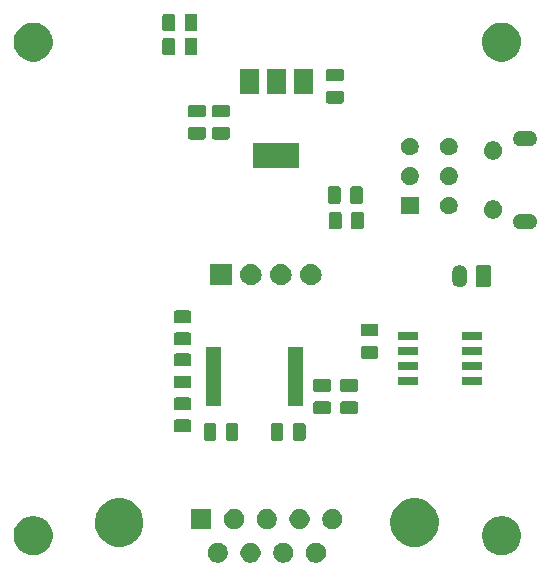
<source format=gbs>
G04 #@! TF.GenerationSoftware,KiCad,Pcbnew,5.0.2-bee76a0~70~ubuntu18.04.1*
G04 #@! TF.CreationDate,2019-03-24T19:46:42+10:00*
G04 #@! TF.ProjectId,esp32_rs232_adapter,65737033-325f-4727-9332-33325f616461,rev?*
G04 #@! TF.SameCoordinates,Original*
G04 #@! TF.FileFunction,Soldermask,Bot*
G04 #@! TF.FilePolarity,Negative*
%FSLAX46Y46*%
G04 Gerber Fmt 4.6, Leading zero omitted, Abs format (unit mm)*
G04 Created by KiCad (PCBNEW 5.0.2-bee76a0~70~ubuntu18.04.1) date Sun 24 Mar 2019 19:46:42 AEST*
%MOMM*%
%LPD*%
G01*
G04 APERTURE LIST*
%ADD10C,0.100000*%
G04 APERTURE END LIST*
D10*
G36*
X159422228Y-131815703D02*
X159577100Y-131879853D01*
X159716481Y-131972985D01*
X159835015Y-132091519D01*
X159928147Y-132230900D01*
X159992297Y-132385772D01*
X160025000Y-132550184D01*
X160025000Y-132717816D01*
X159992297Y-132882228D01*
X159928147Y-133037100D01*
X159835015Y-133176481D01*
X159716481Y-133295015D01*
X159577100Y-133388147D01*
X159422228Y-133452297D01*
X159257816Y-133485000D01*
X159090184Y-133485000D01*
X158925772Y-133452297D01*
X158770900Y-133388147D01*
X158631519Y-133295015D01*
X158512985Y-133176481D01*
X158419853Y-133037100D01*
X158355703Y-132882228D01*
X158323000Y-132717816D01*
X158323000Y-132550184D01*
X158355703Y-132385772D01*
X158419853Y-132230900D01*
X158512985Y-132091519D01*
X158631519Y-131972985D01*
X158770900Y-131879853D01*
X158925772Y-131815703D01*
X159090184Y-131783000D01*
X159257816Y-131783000D01*
X159422228Y-131815703D01*
X159422228Y-131815703D01*
G37*
G36*
X156652228Y-131815703D02*
X156807100Y-131879853D01*
X156946481Y-131972985D01*
X157065015Y-132091519D01*
X157158147Y-132230900D01*
X157222297Y-132385772D01*
X157255000Y-132550184D01*
X157255000Y-132717816D01*
X157222297Y-132882228D01*
X157158147Y-133037100D01*
X157065015Y-133176481D01*
X156946481Y-133295015D01*
X156807100Y-133388147D01*
X156652228Y-133452297D01*
X156487816Y-133485000D01*
X156320184Y-133485000D01*
X156155772Y-133452297D01*
X156000900Y-133388147D01*
X155861519Y-133295015D01*
X155742985Y-133176481D01*
X155649853Y-133037100D01*
X155585703Y-132882228D01*
X155553000Y-132717816D01*
X155553000Y-132550184D01*
X155585703Y-132385772D01*
X155649853Y-132230900D01*
X155742985Y-132091519D01*
X155861519Y-131972985D01*
X156000900Y-131879853D01*
X156155772Y-131815703D01*
X156320184Y-131783000D01*
X156487816Y-131783000D01*
X156652228Y-131815703D01*
X156652228Y-131815703D01*
G37*
G36*
X153882228Y-131815703D02*
X154037100Y-131879853D01*
X154176481Y-131972985D01*
X154295015Y-132091519D01*
X154388147Y-132230900D01*
X154452297Y-132385772D01*
X154485000Y-132550184D01*
X154485000Y-132717816D01*
X154452297Y-132882228D01*
X154388147Y-133037100D01*
X154295015Y-133176481D01*
X154176481Y-133295015D01*
X154037100Y-133388147D01*
X153882228Y-133452297D01*
X153717816Y-133485000D01*
X153550184Y-133485000D01*
X153385772Y-133452297D01*
X153230900Y-133388147D01*
X153091519Y-133295015D01*
X152972985Y-133176481D01*
X152879853Y-133037100D01*
X152815703Y-132882228D01*
X152783000Y-132717816D01*
X152783000Y-132550184D01*
X152815703Y-132385772D01*
X152879853Y-132230900D01*
X152972985Y-132091519D01*
X153091519Y-131972985D01*
X153230900Y-131879853D01*
X153385772Y-131815703D01*
X153550184Y-131783000D01*
X153717816Y-131783000D01*
X153882228Y-131815703D01*
X153882228Y-131815703D01*
G37*
G36*
X151112228Y-131815703D02*
X151267100Y-131879853D01*
X151406481Y-131972985D01*
X151525015Y-132091519D01*
X151618147Y-132230900D01*
X151682297Y-132385772D01*
X151715000Y-132550184D01*
X151715000Y-132717816D01*
X151682297Y-132882228D01*
X151618147Y-133037100D01*
X151525015Y-133176481D01*
X151406481Y-133295015D01*
X151267100Y-133388147D01*
X151112228Y-133452297D01*
X150947816Y-133485000D01*
X150780184Y-133485000D01*
X150615772Y-133452297D01*
X150460900Y-133388147D01*
X150321519Y-133295015D01*
X150202985Y-133176481D01*
X150109853Y-133037100D01*
X150045703Y-132882228D01*
X150013000Y-132717816D01*
X150013000Y-132550184D01*
X150045703Y-132385772D01*
X150109853Y-132230900D01*
X150202985Y-132091519D01*
X150321519Y-131972985D01*
X150460900Y-131879853D01*
X150615772Y-131815703D01*
X150780184Y-131783000D01*
X150947816Y-131783000D01*
X151112228Y-131815703D01*
X151112228Y-131815703D01*
G37*
G36*
X135614256Y-129582298D02*
X135720579Y-129603447D01*
X136021042Y-129727903D01*
X136245402Y-129877816D01*
X136291454Y-129908587D01*
X136521413Y-130138546D01*
X136521415Y-130138549D01*
X136626625Y-130296006D01*
X136702098Y-130408960D01*
X136738550Y-130496963D01*
X136826553Y-130709421D01*
X136890000Y-131028391D01*
X136890000Y-131353609D01*
X136826553Y-131672579D01*
X136702097Y-131973042D01*
X136622933Y-132091519D01*
X136521413Y-132243454D01*
X136291454Y-132473413D01*
X136291451Y-132473415D01*
X136021042Y-132654097D01*
X135720579Y-132778553D01*
X135614256Y-132799702D01*
X135401611Y-132842000D01*
X135076389Y-132842000D01*
X134863744Y-132799702D01*
X134757421Y-132778553D01*
X134456958Y-132654097D01*
X134186549Y-132473415D01*
X134186546Y-132473413D01*
X133956587Y-132243454D01*
X133855067Y-132091519D01*
X133775903Y-131973042D01*
X133651447Y-131672579D01*
X133588000Y-131353609D01*
X133588000Y-131028391D01*
X133651447Y-130709421D01*
X133739450Y-130496963D01*
X133775902Y-130408960D01*
X133851376Y-130296006D01*
X133956585Y-130138549D01*
X133956587Y-130138546D01*
X134186546Y-129908587D01*
X134232598Y-129877816D01*
X134456958Y-129727903D01*
X134757421Y-129603447D01*
X134863744Y-129582298D01*
X135076389Y-129540000D01*
X135401611Y-129540000D01*
X135614256Y-129582298D01*
X135614256Y-129582298D01*
G37*
G36*
X175270256Y-129582298D02*
X175376579Y-129603447D01*
X175677042Y-129727903D01*
X175901402Y-129877816D01*
X175947454Y-129908587D01*
X176177413Y-130138546D01*
X176177415Y-130138549D01*
X176282625Y-130296006D01*
X176358098Y-130408960D01*
X176394550Y-130496963D01*
X176482553Y-130709421D01*
X176546000Y-131028391D01*
X176546000Y-131353609D01*
X176482553Y-131672579D01*
X176358097Y-131973042D01*
X176278933Y-132091519D01*
X176177413Y-132243454D01*
X175947454Y-132473413D01*
X175947451Y-132473415D01*
X175677042Y-132654097D01*
X175376579Y-132778553D01*
X175270256Y-132799702D01*
X175057611Y-132842000D01*
X174732389Y-132842000D01*
X174519744Y-132799702D01*
X174413421Y-132778553D01*
X174112958Y-132654097D01*
X173842549Y-132473415D01*
X173842546Y-132473413D01*
X173612587Y-132243454D01*
X173511067Y-132091519D01*
X173431903Y-131973042D01*
X173307447Y-131672579D01*
X173244000Y-131353609D01*
X173244000Y-131028391D01*
X173307447Y-130709421D01*
X173395450Y-130496963D01*
X173431902Y-130408960D01*
X173507376Y-130296006D01*
X173612585Y-130138549D01*
X173612587Y-130138546D01*
X173842546Y-129908587D01*
X173888598Y-129877816D01*
X174112958Y-129727903D01*
X174413421Y-129603447D01*
X174519744Y-129582298D01*
X174732389Y-129540000D01*
X175057611Y-129540000D01*
X175270256Y-129582298D01*
X175270256Y-129582298D01*
G37*
G36*
X143117252Y-128121818D02*
X143117254Y-128121819D01*
X143117255Y-128121819D01*
X143490513Y-128276427D01*
X143490514Y-128276428D01*
X143826439Y-128500886D01*
X144112114Y-128786561D01*
X144112116Y-128786564D01*
X144336573Y-129122487D01*
X144447753Y-129390900D01*
X144491182Y-129495748D01*
X144570000Y-129891993D01*
X144570000Y-130296007D01*
X144538372Y-130455014D01*
X144491181Y-130692255D01*
X144336573Y-131065513D01*
X144336572Y-131065514D01*
X144112114Y-131401439D01*
X143826439Y-131687114D01*
X143826436Y-131687116D01*
X143490513Y-131911573D01*
X143117255Y-132066181D01*
X143117254Y-132066181D01*
X143117252Y-132066182D01*
X142721007Y-132145000D01*
X142316993Y-132145000D01*
X141920748Y-132066182D01*
X141920746Y-132066181D01*
X141920745Y-132066181D01*
X141547487Y-131911573D01*
X141211564Y-131687116D01*
X141211561Y-131687114D01*
X140925886Y-131401439D01*
X140701428Y-131065514D01*
X140701427Y-131065513D01*
X140546819Y-130692255D01*
X140499629Y-130455014D01*
X140468000Y-130296007D01*
X140468000Y-129891993D01*
X140546818Y-129495748D01*
X140590247Y-129390900D01*
X140701427Y-129122487D01*
X140925884Y-128786564D01*
X140925886Y-128786561D01*
X141211561Y-128500886D01*
X141547486Y-128276428D01*
X141547487Y-128276427D01*
X141920745Y-128121819D01*
X141920746Y-128121819D01*
X141920748Y-128121818D01*
X142316993Y-128043000D01*
X142721007Y-128043000D01*
X143117252Y-128121818D01*
X143117252Y-128121818D01*
G37*
G36*
X168117252Y-128121818D02*
X168117254Y-128121819D01*
X168117255Y-128121819D01*
X168490513Y-128276427D01*
X168490514Y-128276428D01*
X168826439Y-128500886D01*
X169112114Y-128786561D01*
X169112116Y-128786564D01*
X169336573Y-129122487D01*
X169447753Y-129390900D01*
X169491182Y-129495748D01*
X169570000Y-129891993D01*
X169570000Y-130296007D01*
X169538372Y-130455014D01*
X169491181Y-130692255D01*
X169336573Y-131065513D01*
X169336572Y-131065514D01*
X169112114Y-131401439D01*
X168826439Y-131687114D01*
X168826436Y-131687116D01*
X168490513Y-131911573D01*
X168117255Y-132066181D01*
X168117254Y-132066181D01*
X168117252Y-132066182D01*
X167721007Y-132145000D01*
X167316993Y-132145000D01*
X166920748Y-132066182D01*
X166920746Y-132066181D01*
X166920745Y-132066181D01*
X166547487Y-131911573D01*
X166211564Y-131687116D01*
X166211561Y-131687114D01*
X165925886Y-131401439D01*
X165701428Y-131065514D01*
X165701427Y-131065513D01*
X165546819Y-130692255D01*
X165499629Y-130455014D01*
X165468000Y-130296007D01*
X165468000Y-129891993D01*
X165546818Y-129495748D01*
X165590247Y-129390900D01*
X165701427Y-129122487D01*
X165925884Y-128786564D01*
X165925886Y-128786561D01*
X166211561Y-128500886D01*
X166547486Y-128276428D01*
X166547487Y-128276427D01*
X166920745Y-128121819D01*
X166920746Y-128121819D01*
X166920748Y-128121818D01*
X167316993Y-128043000D01*
X167721007Y-128043000D01*
X168117252Y-128121818D01*
X168117252Y-128121818D01*
G37*
G36*
X160807228Y-128975703D02*
X160962100Y-129039853D01*
X161101481Y-129132985D01*
X161220015Y-129251519D01*
X161313147Y-129390900D01*
X161377297Y-129545772D01*
X161410000Y-129710184D01*
X161410000Y-129877816D01*
X161377297Y-130042228D01*
X161313147Y-130197100D01*
X161220015Y-130336481D01*
X161101481Y-130455015D01*
X160962100Y-130548147D01*
X160807228Y-130612297D01*
X160642816Y-130645000D01*
X160475184Y-130645000D01*
X160310772Y-130612297D01*
X160155900Y-130548147D01*
X160016519Y-130455015D01*
X159897985Y-130336481D01*
X159804853Y-130197100D01*
X159740703Y-130042228D01*
X159708000Y-129877816D01*
X159708000Y-129710184D01*
X159740703Y-129545772D01*
X159804853Y-129390900D01*
X159897985Y-129251519D01*
X160016519Y-129132985D01*
X160155900Y-129039853D01*
X160310772Y-128975703D01*
X160475184Y-128943000D01*
X160642816Y-128943000D01*
X160807228Y-128975703D01*
X160807228Y-128975703D01*
G37*
G36*
X150330000Y-130645000D02*
X148628000Y-130645000D01*
X148628000Y-128943000D01*
X150330000Y-128943000D01*
X150330000Y-130645000D01*
X150330000Y-130645000D01*
G37*
G36*
X152497228Y-128975703D02*
X152652100Y-129039853D01*
X152791481Y-129132985D01*
X152910015Y-129251519D01*
X153003147Y-129390900D01*
X153067297Y-129545772D01*
X153100000Y-129710184D01*
X153100000Y-129877816D01*
X153067297Y-130042228D01*
X153003147Y-130197100D01*
X152910015Y-130336481D01*
X152791481Y-130455015D01*
X152652100Y-130548147D01*
X152497228Y-130612297D01*
X152332816Y-130645000D01*
X152165184Y-130645000D01*
X152000772Y-130612297D01*
X151845900Y-130548147D01*
X151706519Y-130455015D01*
X151587985Y-130336481D01*
X151494853Y-130197100D01*
X151430703Y-130042228D01*
X151398000Y-129877816D01*
X151398000Y-129710184D01*
X151430703Y-129545772D01*
X151494853Y-129390900D01*
X151587985Y-129251519D01*
X151706519Y-129132985D01*
X151845900Y-129039853D01*
X152000772Y-128975703D01*
X152165184Y-128943000D01*
X152332816Y-128943000D01*
X152497228Y-128975703D01*
X152497228Y-128975703D01*
G37*
G36*
X155267228Y-128975703D02*
X155422100Y-129039853D01*
X155561481Y-129132985D01*
X155680015Y-129251519D01*
X155773147Y-129390900D01*
X155837297Y-129545772D01*
X155870000Y-129710184D01*
X155870000Y-129877816D01*
X155837297Y-130042228D01*
X155773147Y-130197100D01*
X155680015Y-130336481D01*
X155561481Y-130455015D01*
X155422100Y-130548147D01*
X155267228Y-130612297D01*
X155102816Y-130645000D01*
X154935184Y-130645000D01*
X154770772Y-130612297D01*
X154615900Y-130548147D01*
X154476519Y-130455015D01*
X154357985Y-130336481D01*
X154264853Y-130197100D01*
X154200703Y-130042228D01*
X154168000Y-129877816D01*
X154168000Y-129710184D01*
X154200703Y-129545772D01*
X154264853Y-129390900D01*
X154357985Y-129251519D01*
X154476519Y-129132985D01*
X154615900Y-129039853D01*
X154770772Y-128975703D01*
X154935184Y-128943000D01*
X155102816Y-128943000D01*
X155267228Y-128975703D01*
X155267228Y-128975703D01*
G37*
G36*
X158037228Y-128975703D02*
X158192100Y-129039853D01*
X158331481Y-129132985D01*
X158450015Y-129251519D01*
X158543147Y-129390900D01*
X158607297Y-129545772D01*
X158640000Y-129710184D01*
X158640000Y-129877816D01*
X158607297Y-130042228D01*
X158543147Y-130197100D01*
X158450015Y-130336481D01*
X158331481Y-130455015D01*
X158192100Y-130548147D01*
X158037228Y-130612297D01*
X157872816Y-130645000D01*
X157705184Y-130645000D01*
X157540772Y-130612297D01*
X157385900Y-130548147D01*
X157246519Y-130455015D01*
X157127985Y-130336481D01*
X157034853Y-130197100D01*
X156970703Y-130042228D01*
X156938000Y-129877816D01*
X156938000Y-129710184D01*
X156970703Y-129545772D01*
X157034853Y-129390900D01*
X157127985Y-129251519D01*
X157246519Y-129132985D01*
X157385900Y-129039853D01*
X157540772Y-128975703D01*
X157705184Y-128943000D01*
X157872816Y-128943000D01*
X158037228Y-128975703D01*
X158037228Y-128975703D01*
G37*
G36*
X150571555Y-121663164D02*
X150610226Y-121674895D01*
X150645868Y-121693947D01*
X150677106Y-121719582D01*
X150702741Y-121750820D01*
X150721793Y-121786462D01*
X150733524Y-121825133D01*
X150738089Y-121871487D01*
X150738089Y-122947711D01*
X150733524Y-122994065D01*
X150721793Y-123032736D01*
X150702741Y-123068378D01*
X150677106Y-123099616D01*
X150645868Y-123125251D01*
X150610226Y-123144303D01*
X150571555Y-123156034D01*
X150525201Y-123160599D01*
X149873977Y-123160599D01*
X149827623Y-123156034D01*
X149788952Y-123144303D01*
X149753310Y-123125251D01*
X149722072Y-123099616D01*
X149696437Y-123068378D01*
X149677385Y-123032736D01*
X149665654Y-122994065D01*
X149661089Y-122947711D01*
X149661089Y-121871487D01*
X149665654Y-121825133D01*
X149677385Y-121786462D01*
X149696437Y-121750820D01*
X149722072Y-121719582D01*
X149753310Y-121693947D01*
X149788952Y-121674895D01*
X149827623Y-121663164D01*
X149873977Y-121658599D01*
X150525201Y-121658599D01*
X150571555Y-121663164D01*
X150571555Y-121663164D01*
G37*
G36*
X152446555Y-121663164D02*
X152485226Y-121674895D01*
X152520868Y-121693947D01*
X152552106Y-121719582D01*
X152577741Y-121750820D01*
X152596793Y-121786462D01*
X152608524Y-121825133D01*
X152613089Y-121871487D01*
X152613089Y-122947711D01*
X152608524Y-122994065D01*
X152596793Y-123032736D01*
X152577741Y-123068378D01*
X152552106Y-123099616D01*
X152520868Y-123125251D01*
X152485226Y-123144303D01*
X152446555Y-123156034D01*
X152400201Y-123160599D01*
X151748977Y-123160599D01*
X151702623Y-123156034D01*
X151663952Y-123144303D01*
X151628310Y-123125251D01*
X151597072Y-123099616D01*
X151571437Y-123068378D01*
X151552385Y-123032736D01*
X151540654Y-122994065D01*
X151536089Y-122947711D01*
X151536089Y-121871487D01*
X151540654Y-121825133D01*
X151552385Y-121786462D01*
X151571437Y-121750820D01*
X151597072Y-121719582D01*
X151628310Y-121693947D01*
X151663952Y-121674895D01*
X151702623Y-121663164D01*
X151748977Y-121658599D01*
X152400201Y-121658599D01*
X152446555Y-121663164D01*
X152446555Y-121663164D01*
G37*
G36*
X158131555Y-121663164D02*
X158170226Y-121674895D01*
X158205868Y-121693947D01*
X158237106Y-121719582D01*
X158262741Y-121750820D01*
X158281793Y-121786462D01*
X158293524Y-121825133D01*
X158298089Y-121871487D01*
X158298089Y-122947711D01*
X158293524Y-122994065D01*
X158281793Y-123032736D01*
X158262741Y-123068378D01*
X158237106Y-123099616D01*
X158205868Y-123125251D01*
X158170226Y-123144303D01*
X158131555Y-123156034D01*
X158085201Y-123160599D01*
X157433977Y-123160599D01*
X157387623Y-123156034D01*
X157348952Y-123144303D01*
X157313310Y-123125251D01*
X157282072Y-123099616D01*
X157256437Y-123068378D01*
X157237385Y-123032736D01*
X157225654Y-122994065D01*
X157221089Y-122947711D01*
X157221089Y-121871487D01*
X157225654Y-121825133D01*
X157237385Y-121786462D01*
X157256437Y-121750820D01*
X157282072Y-121719582D01*
X157313310Y-121693947D01*
X157348952Y-121674895D01*
X157387623Y-121663164D01*
X157433977Y-121658599D01*
X158085201Y-121658599D01*
X158131555Y-121663164D01*
X158131555Y-121663164D01*
G37*
G36*
X156256555Y-121663164D02*
X156295226Y-121674895D01*
X156330868Y-121693947D01*
X156362106Y-121719582D01*
X156387741Y-121750820D01*
X156406793Y-121786462D01*
X156418524Y-121825133D01*
X156423089Y-121871487D01*
X156423089Y-122947711D01*
X156418524Y-122994065D01*
X156406793Y-123032736D01*
X156387741Y-123068378D01*
X156362106Y-123099616D01*
X156330868Y-123125251D01*
X156295226Y-123144303D01*
X156256555Y-123156034D01*
X156210201Y-123160599D01*
X155558977Y-123160599D01*
X155512623Y-123156034D01*
X155473952Y-123144303D01*
X155438310Y-123125251D01*
X155407072Y-123099616D01*
X155381437Y-123068378D01*
X155362385Y-123032736D01*
X155350654Y-122994065D01*
X155346089Y-122947711D01*
X155346089Y-121871487D01*
X155350654Y-121825133D01*
X155362385Y-121786462D01*
X155381437Y-121750820D01*
X155407072Y-121719582D01*
X155438310Y-121693947D01*
X155473952Y-121674895D01*
X155512623Y-121663164D01*
X155558977Y-121658599D01*
X156210201Y-121658599D01*
X156256555Y-121663164D01*
X156256555Y-121663164D01*
G37*
G36*
X148468055Y-121367664D02*
X148506726Y-121379395D01*
X148542368Y-121398447D01*
X148573606Y-121424082D01*
X148599241Y-121455320D01*
X148618293Y-121490962D01*
X148630024Y-121529633D01*
X148634589Y-121575987D01*
X148634589Y-122227211D01*
X148630024Y-122273565D01*
X148618293Y-122312236D01*
X148599241Y-122347878D01*
X148573606Y-122379116D01*
X148542368Y-122404751D01*
X148506726Y-122423803D01*
X148468055Y-122435534D01*
X148421701Y-122440099D01*
X147345477Y-122440099D01*
X147299123Y-122435534D01*
X147260452Y-122423803D01*
X147224810Y-122404751D01*
X147193572Y-122379116D01*
X147167937Y-122347878D01*
X147148885Y-122312236D01*
X147137154Y-122273565D01*
X147132589Y-122227211D01*
X147132589Y-121575987D01*
X147137154Y-121529633D01*
X147148885Y-121490962D01*
X147167937Y-121455320D01*
X147193572Y-121424082D01*
X147224810Y-121398447D01*
X147260452Y-121379395D01*
X147299123Y-121367664D01*
X147345477Y-121363099D01*
X148421701Y-121363099D01*
X148468055Y-121367664D01*
X148468055Y-121367664D01*
G37*
G36*
X162565055Y-119813664D02*
X162603726Y-119825395D01*
X162639368Y-119844447D01*
X162670606Y-119870082D01*
X162696241Y-119901320D01*
X162715293Y-119936962D01*
X162727024Y-119975633D01*
X162731589Y-120021987D01*
X162731589Y-120673211D01*
X162727024Y-120719565D01*
X162715293Y-120758236D01*
X162696241Y-120793878D01*
X162670606Y-120825116D01*
X162639368Y-120850751D01*
X162603726Y-120869803D01*
X162565055Y-120881534D01*
X162518701Y-120886099D01*
X161442477Y-120886099D01*
X161396123Y-120881534D01*
X161357452Y-120869803D01*
X161321810Y-120850751D01*
X161290572Y-120825116D01*
X161264937Y-120793878D01*
X161245885Y-120758236D01*
X161234154Y-120719565D01*
X161229589Y-120673211D01*
X161229589Y-120021987D01*
X161234154Y-119975633D01*
X161245885Y-119936962D01*
X161264937Y-119901320D01*
X161290572Y-119870082D01*
X161321810Y-119844447D01*
X161357452Y-119825395D01*
X161396123Y-119813664D01*
X161442477Y-119809099D01*
X162518701Y-119809099D01*
X162565055Y-119813664D01*
X162565055Y-119813664D01*
G37*
G36*
X160279055Y-119813664D02*
X160317726Y-119825395D01*
X160353368Y-119844447D01*
X160384606Y-119870082D01*
X160410241Y-119901320D01*
X160429293Y-119936962D01*
X160441024Y-119975633D01*
X160445589Y-120021987D01*
X160445589Y-120673211D01*
X160441024Y-120719565D01*
X160429293Y-120758236D01*
X160410241Y-120793878D01*
X160384606Y-120825116D01*
X160353368Y-120850751D01*
X160317726Y-120869803D01*
X160279055Y-120881534D01*
X160232701Y-120886099D01*
X159156477Y-120886099D01*
X159110123Y-120881534D01*
X159071452Y-120869803D01*
X159035810Y-120850751D01*
X159004572Y-120825116D01*
X158978937Y-120793878D01*
X158959885Y-120758236D01*
X158948154Y-120719565D01*
X158943589Y-120673211D01*
X158943589Y-120021987D01*
X158948154Y-119975633D01*
X158959885Y-119936962D01*
X158978937Y-119901320D01*
X159004572Y-119870082D01*
X159035810Y-119844447D01*
X159071452Y-119825395D01*
X159110123Y-119813664D01*
X159156477Y-119809099D01*
X160232701Y-119809099D01*
X160279055Y-119813664D01*
X160279055Y-119813664D01*
G37*
G36*
X148468055Y-119492664D02*
X148506726Y-119504395D01*
X148542368Y-119523447D01*
X148573606Y-119549082D01*
X148599241Y-119580320D01*
X148618293Y-119615962D01*
X148630024Y-119654633D01*
X148634589Y-119700987D01*
X148634589Y-120352211D01*
X148630024Y-120398565D01*
X148618293Y-120437236D01*
X148599241Y-120472878D01*
X148573606Y-120504116D01*
X148542368Y-120529751D01*
X148506726Y-120548803D01*
X148468055Y-120560534D01*
X148421701Y-120565099D01*
X147345477Y-120565099D01*
X147299123Y-120560534D01*
X147260452Y-120548803D01*
X147224810Y-120529751D01*
X147193572Y-120504116D01*
X147167937Y-120472878D01*
X147148885Y-120437236D01*
X147137154Y-120398565D01*
X147132589Y-120352211D01*
X147132589Y-119700987D01*
X147137154Y-119654633D01*
X147148885Y-119615962D01*
X147167937Y-119580320D01*
X147193572Y-119549082D01*
X147224810Y-119523447D01*
X147260452Y-119504395D01*
X147299123Y-119492664D01*
X147345477Y-119488099D01*
X148421701Y-119488099D01*
X148468055Y-119492664D01*
X148468055Y-119492664D01*
G37*
G36*
X158080589Y-120236599D02*
X156778589Y-120236599D01*
X156778589Y-115184599D01*
X158080589Y-115184599D01*
X158080589Y-120236599D01*
X158080589Y-120236599D01*
G37*
G36*
X151180589Y-120236599D02*
X149878589Y-120236599D01*
X149878589Y-115184599D01*
X151180589Y-115184599D01*
X151180589Y-120236599D01*
X151180589Y-120236599D01*
G37*
G36*
X160279055Y-117938664D02*
X160317726Y-117950395D01*
X160353368Y-117969447D01*
X160384606Y-117995082D01*
X160410241Y-118026320D01*
X160429293Y-118061962D01*
X160441024Y-118100633D01*
X160445589Y-118146987D01*
X160445589Y-118798211D01*
X160441024Y-118844565D01*
X160429293Y-118883236D01*
X160410241Y-118918878D01*
X160384606Y-118950116D01*
X160353368Y-118975751D01*
X160317726Y-118994803D01*
X160279055Y-119006534D01*
X160232701Y-119011099D01*
X159156477Y-119011099D01*
X159110123Y-119006534D01*
X159071452Y-118994803D01*
X159035810Y-118975751D01*
X159004572Y-118950116D01*
X158978937Y-118918878D01*
X158959885Y-118883236D01*
X158948154Y-118844565D01*
X158943589Y-118798211D01*
X158943589Y-118146987D01*
X158948154Y-118100633D01*
X158959885Y-118061962D01*
X158978937Y-118026320D01*
X159004572Y-117995082D01*
X159035810Y-117969447D01*
X159071452Y-117950395D01*
X159110123Y-117938664D01*
X159156477Y-117934099D01*
X160232701Y-117934099D01*
X160279055Y-117938664D01*
X160279055Y-117938664D01*
G37*
G36*
X162565055Y-117938664D02*
X162603726Y-117950395D01*
X162639368Y-117969447D01*
X162670606Y-117995082D01*
X162696241Y-118026320D01*
X162715293Y-118061962D01*
X162727024Y-118100633D01*
X162731589Y-118146987D01*
X162731589Y-118798211D01*
X162727024Y-118844565D01*
X162715293Y-118883236D01*
X162696241Y-118918878D01*
X162670606Y-118950116D01*
X162639368Y-118975751D01*
X162603726Y-118994803D01*
X162565055Y-119006534D01*
X162518701Y-119011099D01*
X161442477Y-119011099D01*
X161396123Y-119006534D01*
X161357452Y-118994803D01*
X161321810Y-118975751D01*
X161290572Y-118950116D01*
X161264937Y-118918878D01*
X161245885Y-118883236D01*
X161234154Y-118844565D01*
X161229589Y-118798211D01*
X161229589Y-118146987D01*
X161234154Y-118100633D01*
X161245885Y-118061962D01*
X161264937Y-118026320D01*
X161290572Y-117995082D01*
X161321810Y-117969447D01*
X161357452Y-117950395D01*
X161396123Y-117938664D01*
X161442477Y-117934099D01*
X162518701Y-117934099D01*
X162565055Y-117938664D01*
X162565055Y-117938664D01*
G37*
G36*
X148468055Y-117654664D02*
X148506726Y-117666395D01*
X148542368Y-117685447D01*
X148573606Y-117711082D01*
X148599241Y-117742320D01*
X148618293Y-117777962D01*
X148630024Y-117816633D01*
X148634589Y-117862987D01*
X148634589Y-118514211D01*
X148630024Y-118560565D01*
X148618293Y-118599236D01*
X148599241Y-118634878D01*
X148573606Y-118666116D01*
X148542368Y-118691751D01*
X148506726Y-118710803D01*
X148468055Y-118722534D01*
X148421701Y-118727099D01*
X147345477Y-118727099D01*
X147299123Y-118722534D01*
X147260452Y-118710803D01*
X147224810Y-118691751D01*
X147193572Y-118666116D01*
X147167937Y-118634878D01*
X147148885Y-118599236D01*
X147137154Y-118560565D01*
X147132589Y-118514211D01*
X147132589Y-117862987D01*
X147137154Y-117816633D01*
X147148885Y-117777962D01*
X147167937Y-117742320D01*
X147193572Y-117711082D01*
X147224810Y-117685447D01*
X147260452Y-117666395D01*
X147299123Y-117654664D01*
X147345477Y-117650099D01*
X148421701Y-117650099D01*
X148468055Y-117654664D01*
X148468055Y-117654664D01*
G37*
G36*
X167798000Y-118461000D02*
X166146000Y-118461000D01*
X166146000Y-117759000D01*
X167798000Y-117759000D01*
X167798000Y-118461000D01*
X167798000Y-118461000D01*
G37*
G36*
X173198000Y-118461000D02*
X171546000Y-118461000D01*
X171546000Y-117759000D01*
X173198000Y-117759000D01*
X173198000Y-118461000D01*
X173198000Y-118461000D01*
G37*
G36*
X167798000Y-117191000D02*
X166146000Y-117191000D01*
X166146000Y-116489000D01*
X167798000Y-116489000D01*
X167798000Y-117191000D01*
X167798000Y-117191000D01*
G37*
G36*
X173198000Y-117191000D02*
X171546000Y-117191000D01*
X171546000Y-116489000D01*
X173198000Y-116489000D01*
X173198000Y-117191000D01*
X173198000Y-117191000D01*
G37*
G36*
X148468055Y-115779664D02*
X148506726Y-115791395D01*
X148542368Y-115810447D01*
X148573606Y-115836082D01*
X148599241Y-115867320D01*
X148618293Y-115902962D01*
X148630024Y-115941633D01*
X148634589Y-115987987D01*
X148634589Y-116639211D01*
X148630024Y-116685565D01*
X148618293Y-116724236D01*
X148599241Y-116759878D01*
X148573606Y-116791116D01*
X148542368Y-116816751D01*
X148506726Y-116835803D01*
X148468055Y-116847534D01*
X148421701Y-116852099D01*
X147345477Y-116852099D01*
X147299123Y-116847534D01*
X147260452Y-116835803D01*
X147224810Y-116816751D01*
X147193572Y-116791116D01*
X147167937Y-116759878D01*
X147148885Y-116724236D01*
X147137154Y-116685565D01*
X147132589Y-116639211D01*
X147132589Y-115987987D01*
X147137154Y-115941633D01*
X147148885Y-115902962D01*
X147167937Y-115867320D01*
X147193572Y-115836082D01*
X147224810Y-115810447D01*
X147260452Y-115791395D01*
X147299123Y-115779664D01*
X147345477Y-115775099D01*
X148421701Y-115775099D01*
X148468055Y-115779664D01*
X148468055Y-115779664D01*
G37*
G36*
X164287466Y-115133065D02*
X164326137Y-115144796D01*
X164361779Y-115163848D01*
X164393017Y-115189483D01*
X164418652Y-115220721D01*
X164437704Y-115256363D01*
X164449435Y-115295034D01*
X164454000Y-115341388D01*
X164454000Y-115992612D01*
X164449435Y-116038966D01*
X164437704Y-116077637D01*
X164418652Y-116113279D01*
X164393017Y-116144517D01*
X164361779Y-116170152D01*
X164326137Y-116189204D01*
X164287466Y-116200935D01*
X164241112Y-116205500D01*
X163164888Y-116205500D01*
X163118534Y-116200935D01*
X163079863Y-116189204D01*
X163044221Y-116170152D01*
X163012983Y-116144517D01*
X162987348Y-116113279D01*
X162968296Y-116077637D01*
X162956565Y-116038966D01*
X162952000Y-115992612D01*
X162952000Y-115341388D01*
X162956565Y-115295034D01*
X162968296Y-115256363D01*
X162987348Y-115220721D01*
X163012983Y-115189483D01*
X163044221Y-115163848D01*
X163079863Y-115144796D01*
X163118534Y-115133065D01*
X163164888Y-115128500D01*
X164241112Y-115128500D01*
X164287466Y-115133065D01*
X164287466Y-115133065D01*
G37*
G36*
X173198000Y-115921000D02*
X171546000Y-115921000D01*
X171546000Y-115219000D01*
X173198000Y-115219000D01*
X173198000Y-115921000D01*
X173198000Y-115921000D01*
G37*
G36*
X167798000Y-115921000D02*
X166146000Y-115921000D01*
X166146000Y-115219000D01*
X167798000Y-115219000D01*
X167798000Y-115921000D01*
X167798000Y-115921000D01*
G37*
G36*
X148468055Y-114001664D02*
X148506726Y-114013395D01*
X148542368Y-114032447D01*
X148573606Y-114058082D01*
X148599241Y-114089320D01*
X148618293Y-114124962D01*
X148630024Y-114163633D01*
X148634589Y-114209987D01*
X148634589Y-114861211D01*
X148630024Y-114907565D01*
X148618293Y-114946236D01*
X148599241Y-114981878D01*
X148573606Y-115013116D01*
X148542368Y-115038751D01*
X148506726Y-115057803D01*
X148468055Y-115069534D01*
X148421701Y-115074099D01*
X147345477Y-115074099D01*
X147299123Y-115069534D01*
X147260452Y-115057803D01*
X147224810Y-115038751D01*
X147193572Y-115013116D01*
X147167937Y-114981878D01*
X147148885Y-114946236D01*
X147137154Y-114907565D01*
X147132589Y-114861211D01*
X147132589Y-114209987D01*
X147137154Y-114163633D01*
X147148885Y-114124962D01*
X147167937Y-114089320D01*
X147193572Y-114058082D01*
X147224810Y-114032447D01*
X147260452Y-114013395D01*
X147299123Y-114001664D01*
X147345477Y-113997099D01*
X148421701Y-113997099D01*
X148468055Y-114001664D01*
X148468055Y-114001664D01*
G37*
G36*
X167798000Y-114651000D02*
X166146000Y-114651000D01*
X166146000Y-113949000D01*
X167798000Y-113949000D01*
X167798000Y-114651000D01*
X167798000Y-114651000D01*
G37*
G36*
X173198000Y-114651000D02*
X171546000Y-114651000D01*
X171546000Y-113949000D01*
X173198000Y-113949000D01*
X173198000Y-114651000D01*
X173198000Y-114651000D01*
G37*
G36*
X164287466Y-113258065D02*
X164326137Y-113269796D01*
X164361779Y-113288848D01*
X164393017Y-113314483D01*
X164418652Y-113345721D01*
X164437704Y-113381363D01*
X164449435Y-113420034D01*
X164454000Y-113466388D01*
X164454000Y-114117612D01*
X164449435Y-114163966D01*
X164437704Y-114202637D01*
X164418652Y-114238279D01*
X164393017Y-114269517D01*
X164361779Y-114295152D01*
X164326137Y-114314204D01*
X164287466Y-114325935D01*
X164241112Y-114330500D01*
X163164888Y-114330500D01*
X163118534Y-114325935D01*
X163079863Y-114314204D01*
X163044221Y-114295152D01*
X163012983Y-114269517D01*
X162987348Y-114238279D01*
X162968296Y-114202637D01*
X162956565Y-114163966D01*
X162952000Y-114117612D01*
X162952000Y-113466388D01*
X162956565Y-113420034D01*
X162968296Y-113381363D01*
X162987348Y-113345721D01*
X163012983Y-113314483D01*
X163044221Y-113288848D01*
X163079863Y-113269796D01*
X163118534Y-113258065D01*
X163164888Y-113253500D01*
X164241112Y-113253500D01*
X164287466Y-113258065D01*
X164287466Y-113258065D01*
G37*
G36*
X148468055Y-112126664D02*
X148506726Y-112138395D01*
X148542368Y-112157447D01*
X148573606Y-112183082D01*
X148599241Y-112214320D01*
X148618293Y-112249962D01*
X148630024Y-112288633D01*
X148634589Y-112334987D01*
X148634589Y-112986211D01*
X148630024Y-113032565D01*
X148618293Y-113071236D01*
X148599241Y-113106878D01*
X148573606Y-113138116D01*
X148542368Y-113163751D01*
X148506726Y-113182803D01*
X148468055Y-113194534D01*
X148421701Y-113199099D01*
X147345477Y-113199099D01*
X147299123Y-113194534D01*
X147260452Y-113182803D01*
X147224810Y-113163751D01*
X147193572Y-113138116D01*
X147167937Y-113106878D01*
X147148885Y-113071236D01*
X147137154Y-113032565D01*
X147132589Y-112986211D01*
X147132589Y-112334987D01*
X147137154Y-112288633D01*
X147148885Y-112249962D01*
X147167937Y-112214320D01*
X147193572Y-112183082D01*
X147224810Y-112157447D01*
X147260452Y-112138395D01*
X147299123Y-112126664D01*
X147345477Y-112122099D01*
X148421701Y-112122099D01*
X148468055Y-112126664D01*
X148468055Y-112126664D01*
G37*
G36*
X171482618Y-108303420D02*
X171564427Y-108328237D01*
X171605333Y-108340645D01*
X171683600Y-108382480D01*
X171718426Y-108401095D01*
X171817553Y-108482447D01*
X171898905Y-108581574D01*
X171898906Y-108581576D01*
X171959355Y-108694667D01*
X171959355Y-108694668D01*
X171996580Y-108817382D01*
X172006000Y-108913027D01*
X172006000Y-109526973D01*
X171996580Y-109622618D01*
X171971763Y-109704427D01*
X171959355Y-109745333D01*
X171905819Y-109845491D01*
X171898905Y-109858426D01*
X171817553Y-109957553D01*
X171817551Y-109957555D01*
X171789028Y-109980963D01*
X171718425Y-110038905D01*
X171666699Y-110066553D01*
X171605332Y-110099355D01*
X171564426Y-110111763D01*
X171482617Y-110136580D01*
X171355000Y-110149149D01*
X171227382Y-110136580D01*
X171145573Y-110111763D01*
X171104667Y-110099355D01*
X170991576Y-110038906D01*
X170991574Y-110038905D01*
X170892447Y-109957553D01*
X170811095Y-109858425D01*
X170750646Y-109745333D01*
X170750645Y-109745332D01*
X170738237Y-109704426D01*
X170713420Y-109622617D01*
X170704000Y-109526972D01*
X170704000Y-108913027D01*
X170713420Y-108817382D01*
X170750645Y-108694668D01*
X170750645Y-108694667D01*
X170770795Y-108656970D01*
X170811095Y-108581574D01*
X170892448Y-108482447D01*
X170991575Y-108401095D01*
X171026401Y-108382480D01*
X171104668Y-108340645D01*
X171145574Y-108328237D01*
X171227383Y-108303420D01*
X171355000Y-108290851D01*
X171482618Y-108303420D01*
X171482618Y-108303420D01*
G37*
G36*
X173846242Y-108298404D02*
X173883339Y-108309657D01*
X173917520Y-108327927D01*
X173947482Y-108352518D01*
X173972073Y-108382480D01*
X173990343Y-108416661D01*
X174001596Y-108453758D01*
X174006000Y-108498473D01*
X174006000Y-109941527D01*
X174001596Y-109986242D01*
X173990343Y-110023339D01*
X173972073Y-110057520D01*
X173947482Y-110087482D01*
X173917520Y-110112073D01*
X173883339Y-110130343D01*
X173846242Y-110141596D01*
X173801527Y-110146000D01*
X172908473Y-110146000D01*
X172863758Y-110141596D01*
X172826661Y-110130343D01*
X172792480Y-110112073D01*
X172762518Y-110087482D01*
X172737927Y-110057520D01*
X172719657Y-110023339D01*
X172708404Y-109986242D01*
X172704000Y-109941527D01*
X172704000Y-108498473D01*
X172708404Y-108453758D01*
X172719657Y-108416661D01*
X172737927Y-108382480D01*
X172762518Y-108352518D01*
X172792480Y-108327927D01*
X172826661Y-108309657D01*
X172863758Y-108298404D01*
X172908473Y-108294000D01*
X173801527Y-108294000D01*
X173846242Y-108298404D01*
X173846242Y-108298404D01*
G37*
G36*
X153780442Y-108198518D02*
X153846627Y-108205037D01*
X153959853Y-108239384D01*
X154016467Y-108256557D01*
X154125146Y-108314648D01*
X154172991Y-108340222D01*
X154208729Y-108369552D01*
X154310186Y-108452814D01*
X154393448Y-108554271D01*
X154422778Y-108590009D01*
X154422779Y-108590011D01*
X154506443Y-108746533D01*
X154506443Y-108746534D01*
X154557963Y-108916373D01*
X154575359Y-109093000D01*
X154557963Y-109269627D01*
X154523616Y-109382853D01*
X154506443Y-109439467D01*
X154459670Y-109526972D01*
X154422778Y-109595991D01*
X154393448Y-109631729D01*
X154310186Y-109733186D01*
X154208729Y-109816448D01*
X154172991Y-109845778D01*
X154172989Y-109845779D01*
X154016467Y-109929443D01*
X153959853Y-109946616D01*
X153846627Y-109980963D01*
X153780442Y-109987482D01*
X153714260Y-109994000D01*
X153625740Y-109994000D01*
X153559558Y-109987482D01*
X153493373Y-109980963D01*
X153380147Y-109946616D01*
X153323533Y-109929443D01*
X153167011Y-109845779D01*
X153167009Y-109845778D01*
X153131271Y-109816448D01*
X153029814Y-109733186D01*
X152946552Y-109631729D01*
X152917222Y-109595991D01*
X152880330Y-109526972D01*
X152833557Y-109439467D01*
X152816384Y-109382853D01*
X152782037Y-109269627D01*
X152764641Y-109093000D01*
X152782037Y-108916373D01*
X152833557Y-108746534D01*
X152833557Y-108746533D01*
X152917221Y-108590011D01*
X152917222Y-108590009D01*
X152946552Y-108554271D01*
X153029814Y-108452814D01*
X153131271Y-108369552D01*
X153167009Y-108340222D01*
X153214854Y-108314648D01*
X153323533Y-108256557D01*
X153380147Y-108239384D01*
X153493373Y-108205037D01*
X153559558Y-108198518D01*
X153625740Y-108192000D01*
X153714260Y-108192000D01*
X153780442Y-108198518D01*
X153780442Y-108198518D01*
G37*
G36*
X152031000Y-109994000D02*
X150229000Y-109994000D01*
X150229000Y-108192000D01*
X152031000Y-108192000D01*
X152031000Y-109994000D01*
X152031000Y-109994000D01*
G37*
G36*
X156320442Y-108198518D02*
X156386627Y-108205037D01*
X156499853Y-108239384D01*
X156556467Y-108256557D01*
X156665146Y-108314648D01*
X156712991Y-108340222D01*
X156748729Y-108369552D01*
X156850186Y-108452814D01*
X156933448Y-108554271D01*
X156962778Y-108590009D01*
X156962779Y-108590011D01*
X157046443Y-108746533D01*
X157046443Y-108746534D01*
X157097963Y-108916373D01*
X157115359Y-109093000D01*
X157097963Y-109269627D01*
X157063616Y-109382853D01*
X157046443Y-109439467D01*
X156999670Y-109526972D01*
X156962778Y-109595991D01*
X156933448Y-109631729D01*
X156850186Y-109733186D01*
X156748729Y-109816448D01*
X156712991Y-109845778D01*
X156712989Y-109845779D01*
X156556467Y-109929443D01*
X156499853Y-109946616D01*
X156386627Y-109980963D01*
X156320442Y-109987482D01*
X156254260Y-109994000D01*
X156165740Y-109994000D01*
X156099558Y-109987482D01*
X156033373Y-109980963D01*
X155920147Y-109946616D01*
X155863533Y-109929443D01*
X155707011Y-109845779D01*
X155707009Y-109845778D01*
X155671271Y-109816448D01*
X155569814Y-109733186D01*
X155486552Y-109631729D01*
X155457222Y-109595991D01*
X155420330Y-109526972D01*
X155373557Y-109439467D01*
X155356384Y-109382853D01*
X155322037Y-109269627D01*
X155304641Y-109093000D01*
X155322037Y-108916373D01*
X155373557Y-108746534D01*
X155373557Y-108746533D01*
X155457221Y-108590011D01*
X155457222Y-108590009D01*
X155486552Y-108554271D01*
X155569814Y-108452814D01*
X155671271Y-108369552D01*
X155707009Y-108340222D01*
X155754854Y-108314648D01*
X155863533Y-108256557D01*
X155920147Y-108239384D01*
X156033373Y-108205037D01*
X156099558Y-108198518D01*
X156165740Y-108192000D01*
X156254260Y-108192000D01*
X156320442Y-108198518D01*
X156320442Y-108198518D01*
G37*
G36*
X158860442Y-108198518D02*
X158926627Y-108205037D01*
X159039853Y-108239384D01*
X159096467Y-108256557D01*
X159205146Y-108314648D01*
X159252991Y-108340222D01*
X159288729Y-108369552D01*
X159390186Y-108452814D01*
X159473448Y-108554271D01*
X159502778Y-108590009D01*
X159502779Y-108590011D01*
X159586443Y-108746533D01*
X159586443Y-108746534D01*
X159637963Y-108916373D01*
X159655359Y-109093000D01*
X159637963Y-109269627D01*
X159603616Y-109382853D01*
X159586443Y-109439467D01*
X159539670Y-109526972D01*
X159502778Y-109595991D01*
X159473448Y-109631729D01*
X159390186Y-109733186D01*
X159288729Y-109816448D01*
X159252991Y-109845778D01*
X159252989Y-109845779D01*
X159096467Y-109929443D01*
X159039853Y-109946616D01*
X158926627Y-109980963D01*
X158860442Y-109987482D01*
X158794260Y-109994000D01*
X158705740Y-109994000D01*
X158639558Y-109987482D01*
X158573373Y-109980963D01*
X158460147Y-109946616D01*
X158403533Y-109929443D01*
X158247011Y-109845779D01*
X158247009Y-109845778D01*
X158211271Y-109816448D01*
X158109814Y-109733186D01*
X158026552Y-109631729D01*
X157997222Y-109595991D01*
X157960330Y-109526972D01*
X157913557Y-109439467D01*
X157896384Y-109382853D01*
X157862037Y-109269627D01*
X157844641Y-109093000D01*
X157862037Y-108916373D01*
X157913557Y-108746534D01*
X157913557Y-108746533D01*
X157997221Y-108590011D01*
X157997222Y-108590009D01*
X158026552Y-108554271D01*
X158109814Y-108452814D01*
X158211271Y-108369552D01*
X158247009Y-108340222D01*
X158294854Y-108314648D01*
X158403533Y-108256557D01*
X158460147Y-108239384D01*
X158573373Y-108205037D01*
X158639558Y-108198518D01*
X158705740Y-108192000D01*
X158794260Y-108192000D01*
X158860442Y-108198518D01*
X158860442Y-108198518D01*
G37*
G36*
X161183966Y-103774565D02*
X161222637Y-103786296D01*
X161258279Y-103805348D01*
X161289517Y-103830983D01*
X161315152Y-103862221D01*
X161334204Y-103897863D01*
X161345935Y-103936534D01*
X161350500Y-103982888D01*
X161350500Y-105059112D01*
X161345935Y-105105466D01*
X161334204Y-105144137D01*
X161315152Y-105179779D01*
X161289517Y-105211017D01*
X161258279Y-105236652D01*
X161222637Y-105255704D01*
X161183966Y-105267435D01*
X161137612Y-105272000D01*
X160486388Y-105272000D01*
X160440034Y-105267435D01*
X160401363Y-105255704D01*
X160365721Y-105236652D01*
X160334483Y-105211017D01*
X160308848Y-105179779D01*
X160289796Y-105144137D01*
X160278065Y-105105466D01*
X160273500Y-105059112D01*
X160273500Y-103982888D01*
X160278065Y-103936534D01*
X160289796Y-103897863D01*
X160308848Y-103862221D01*
X160334483Y-103830983D01*
X160365721Y-103805348D01*
X160401363Y-103786296D01*
X160440034Y-103774565D01*
X160486388Y-103770000D01*
X161137612Y-103770000D01*
X161183966Y-103774565D01*
X161183966Y-103774565D01*
G37*
G36*
X163058966Y-103774565D02*
X163097637Y-103786296D01*
X163133279Y-103805348D01*
X163164517Y-103830983D01*
X163190152Y-103862221D01*
X163209204Y-103897863D01*
X163220935Y-103936534D01*
X163225500Y-103982888D01*
X163225500Y-105059112D01*
X163220935Y-105105466D01*
X163209204Y-105144137D01*
X163190152Y-105179779D01*
X163164517Y-105211017D01*
X163133279Y-105236652D01*
X163097637Y-105255704D01*
X163058966Y-105267435D01*
X163012612Y-105272000D01*
X162361388Y-105272000D01*
X162315034Y-105267435D01*
X162276363Y-105255704D01*
X162240721Y-105236652D01*
X162209483Y-105211017D01*
X162183848Y-105179779D01*
X162164796Y-105144137D01*
X162153065Y-105105466D01*
X162148500Y-105059112D01*
X162148500Y-103982888D01*
X162153065Y-103936534D01*
X162164796Y-103897863D01*
X162183848Y-103862221D01*
X162209483Y-103830983D01*
X162240721Y-103805348D01*
X162276363Y-103786296D01*
X162315034Y-103774565D01*
X162361388Y-103770000D01*
X163012612Y-103770000D01*
X163058966Y-103774565D01*
X163058966Y-103774565D01*
G37*
G36*
X177292355Y-103944140D02*
X177356118Y-103950420D01*
X177437927Y-103975237D01*
X177478833Y-103987645D01*
X177575378Y-104039250D01*
X177591926Y-104048095D01*
X177691053Y-104129447D01*
X177772405Y-104228574D01*
X177772406Y-104228576D01*
X177832855Y-104341667D01*
X177832855Y-104341668D01*
X177870080Y-104464382D01*
X177882649Y-104592000D01*
X177870080Y-104719618D01*
X177845263Y-104801427D01*
X177832855Y-104842333D01*
X177779319Y-104942491D01*
X177772405Y-104955426D01*
X177691053Y-105054553D01*
X177591926Y-105135905D01*
X177591924Y-105135906D01*
X177478833Y-105196355D01*
X177437927Y-105208763D01*
X177356118Y-105233580D01*
X177292355Y-105239860D01*
X177260474Y-105243000D01*
X176496526Y-105243000D01*
X176464645Y-105239860D01*
X176400882Y-105233580D01*
X176319073Y-105208763D01*
X176278167Y-105196355D01*
X176165076Y-105135906D01*
X176165074Y-105135905D01*
X176065947Y-105054553D01*
X175984595Y-104955426D01*
X175977681Y-104942491D01*
X175924145Y-104842333D01*
X175911737Y-104801427D01*
X175886920Y-104719618D01*
X175874351Y-104592000D01*
X175886920Y-104464382D01*
X175924145Y-104341668D01*
X175924145Y-104341667D01*
X175984594Y-104228576D01*
X175984595Y-104228574D01*
X176065947Y-104129447D01*
X176165074Y-104048095D01*
X176181622Y-104039250D01*
X176278167Y-103987645D01*
X176319073Y-103975237D01*
X176400882Y-103950420D01*
X176464645Y-103944140D01*
X176496526Y-103941000D01*
X177260474Y-103941000D01*
X177292355Y-103944140D01*
X177292355Y-103944140D01*
G37*
G36*
X174404849Y-102845820D02*
X174404852Y-102845821D01*
X174404851Y-102845821D01*
X174546074Y-102904317D01*
X174546075Y-102904318D01*
X174673174Y-102989243D01*
X174781257Y-103097326D01*
X174781259Y-103097329D01*
X174866183Y-103224426D01*
X174907828Y-103324967D01*
X174924680Y-103365651D01*
X174954500Y-103515569D01*
X174954500Y-103668431D01*
X174924680Y-103818349D01*
X174924679Y-103818351D01*
X174866183Y-103959574D01*
X174812945Y-104039250D01*
X174781257Y-104086674D01*
X174673174Y-104194757D01*
X174673171Y-104194759D01*
X174546074Y-104279683D01*
X174436843Y-104324927D01*
X174404849Y-104338180D01*
X174254931Y-104368000D01*
X174102069Y-104368000D01*
X173952151Y-104338180D01*
X173920157Y-104324927D01*
X173810926Y-104279683D01*
X173683829Y-104194759D01*
X173683826Y-104194757D01*
X173575743Y-104086674D01*
X173544055Y-104039250D01*
X173490817Y-103959574D01*
X173432321Y-103818351D01*
X173432320Y-103818349D01*
X173402500Y-103668431D01*
X173402500Y-103515569D01*
X173432320Y-103365651D01*
X173449172Y-103324967D01*
X173490817Y-103224426D01*
X173575741Y-103097329D01*
X173575743Y-103097326D01*
X173683826Y-102989243D01*
X173810925Y-102904318D01*
X173810926Y-102904317D01*
X173952149Y-102845821D01*
X173952148Y-102845821D01*
X173952151Y-102845820D01*
X174102069Y-102816000D01*
X174254931Y-102816000D01*
X174404849Y-102845820D01*
X174404849Y-102845820D01*
G37*
G36*
X170564004Y-102511544D02*
X170651059Y-102528860D01*
X170787732Y-102585472D01*
X170787733Y-102585473D01*
X170910738Y-102667662D01*
X171015338Y-102772262D01*
X171015340Y-102772265D01*
X171097528Y-102895268D01*
X171154140Y-103031941D01*
X171183000Y-103177033D01*
X171183000Y-103324967D01*
X171154140Y-103470059D01*
X171097528Y-103606732D01*
X171097527Y-103606733D01*
X171015338Y-103729738D01*
X170910738Y-103834338D01*
X170910735Y-103834340D01*
X170787732Y-103916528D01*
X170651059Y-103973140D01*
X170564004Y-103990456D01*
X170505969Y-104002000D01*
X170358031Y-104002000D01*
X170299996Y-103990456D01*
X170212941Y-103973140D01*
X170076268Y-103916528D01*
X169953265Y-103834340D01*
X169953262Y-103834338D01*
X169848662Y-103729738D01*
X169766473Y-103606733D01*
X169766472Y-103606732D01*
X169709860Y-103470059D01*
X169681000Y-103324967D01*
X169681000Y-103177033D01*
X169709860Y-103031941D01*
X169766472Y-102895268D01*
X169848660Y-102772265D01*
X169848662Y-102772262D01*
X169953262Y-102667662D01*
X170076267Y-102585473D01*
X170076268Y-102585472D01*
X170212941Y-102528860D01*
X170299996Y-102511544D01*
X170358031Y-102500000D01*
X170505969Y-102500000D01*
X170564004Y-102511544D01*
X170564004Y-102511544D01*
G37*
G36*
X167883000Y-104002000D02*
X166381000Y-104002000D01*
X166381000Y-102500000D01*
X167883000Y-102500000D01*
X167883000Y-104002000D01*
X167883000Y-104002000D01*
G37*
G36*
X162980466Y-101615565D02*
X163019137Y-101627296D01*
X163054779Y-101646348D01*
X163086017Y-101671983D01*
X163111652Y-101703221D01*
X163130704Y-101738863D01*
X163142435Y-101777534D01*
X163147000Y-101823888D01*
X163147000Y-102900112D01*
X163142435Y-102946466D01*
X163130704Y-102985137D01*
X163111652Y-103020779D01*
X163086017Y-103052017D01*
X163054779Y-103077652D01*
X163019137Y-103096704D01*
X162980466Y-103108435D01*
X162934112Y-103113000D01*
X162282888Y-103113000D01*
X162236534Y-103108435D01*
X162197863Y-103096704D01*
X162162221Y-103077652D01*
X162130983Y-103052017D01*
X162105348Y-103020779D01*
X162086296Y-102985137D01*
X162074565Y-102946466D01*
X162070000Y-102900112D01*
X162070000Y-101823888D01*
X162074565Y-101777534D01*
X162086296Y-101738863D01*
X162105348Y-101703221D01*
X162130983Y-101671983D01*
X162162221Y-101646348D01*
X162197863Y-101627296D01*
X162236534Y-101615565D01*
X162282888Y-101611000D01*
X162934112Y-101611000D01*
X162980466Y-101615565D01*
X162980466Y-101615565D01*
G37*
G36*
X161105466Y-101615565D02*
X161144137Y-101627296D01*
X161179779Y-101646348D01*
X161211017Y-101671983D01*
X161236652Y-101703221D01*
X161255704Y-101738863D01*
X161267435Y-101777534D01*
X161272000Y-101823888D01*
X161272000Y-102900112D01*
X161267435Y-102946466D01*
X161255704Y-102985137D01*
X161236652Y-103020779D01*
X161211017Y-103052017D01*
X161179779Y-103077652D01*
X161144137Y-103096704D01*
X161105466Y-103108435D01*
X161059112Y-103113000D01*
X160407888Y-103113000D01*
X160361534Y-103108435D01*
X160322863Y-103096704D01*
X160287221Y-103077652D01*
X160255983Y-103052017D01*
X160230348Y-103020779D01*
X160211296Y-102985137D01*
X160199565Y-102946466D01*
X160195000Y-102900112D01*
X160195000Y-101823888D01*
X160199565Y-101777534D01*
X160211296Y-101738863D01*
X160230348Y-101703221D01*
X160255983Y-101671983D01*
X160287221Y-101646348D01*
X160322863Y-101627296D01*
X160361534Y-101615565D01*
X160407888Y-101611000D01*
X161059112Y-101611000D01*
X161105466Y-101615565D01*
X161105466Y-101615565D01*
G37*
G36*
X170564004Y-100011544D02*
X170651059Y-100028860D01*
X170787732Y-100085472D01*
X170787733Y-100085473D01*
X170910738Y-100167662D01*
X171015338Y-100272262D01*
X171015340Y-100272265D01*
X171097528Y-100395268D01*
X171154140Y-100531941D01*
X171183000Y-100677033D01*
X171183000Y-100824967D01*
X171154140Y-100970059D01*
X171097528Y-101106732D01*
X171097527Y-101106733D01*
X171015338Y-101229738D01*
X170910738Y-101334338D01*
X170910735Y-101334340D01*
X170787732Y-101416528D01*
X170651059Y-101473140D01*
X170564004Y-101490456D01*
X170505969Y-101502000D01*
X170358031Y-101502000D01*
X170299996Y-101490456D01*
X170212941Y-101473140D01*
X170076268Y-101416528D01*
X169953265Y-101334340D01*
X169953262Y-101334338D01*
X169848662Y-101229738D01*
X169766473Y-101106733D01*
X169766472Y-101106732D01*
X169709860Y-100970059D01*
X169681000Y-100824967D01*
X169681000Y-100677033D01*
X169709860Y-100531941D01*
X169766472Y-100395268D01*
X169848660Y-100272265D01*
X169848662Y-100272262D01*
X169953262Y-100167662D01*
X170076267Y-100085473D01*
X170076268Y-100085472D01*
X170212941Y-100028860D01*
X170299996Y-100011544D01*
X170358031Y-100000000D01*
X170505969Y-100000000D01*
X170564004Y-100011544D01*
X170564004Y-100011544D01*
G37*
G36*
X167264004Y-100011544D02*
X167351059Y-100028860D01*
X167487732Y-100085472D01*
X167487733Y-100085473D01*
X167610738Y-100167662D01*
X167715338Y-100272262D01*
X167715340Y-100272265D01*
X167797528Y-100395268D01*
X167854140Y-100531941D01*
X167883000Y-100677033D01*
X167883000Y-100824967D01*
X167854140Y-100970059D01*
X167797528Y-101106732D01*
X167797527Y-101106733D01*
X167715338Y-101229738D01*
X167610738Y-101334338D01*
X167610735Y-101334340D01*
X167487732Y-101416528D01*
X167351059Y-101473140D01*
X167264004Y-101490456D01*
X167205969Y-101502000D01*
X167058031Y-101502000D01*
X166999996Y-101490456D01*
X166912941Y-101473140D01*
X166776268Y-101416528D01*
X166653265Y-101334340D01*
X166653262Y-101334338D01*
X166548662Y-101229738D01*
X166466473Y-101106733D01*
X166466472Y-101106732D01*
X166409860Y-100970059D01*
X166381000Y-100824967D01*
X166381000Y-100677033D01*
X166409860Y-100531941D01*
X166466472Y-100395268D01*
X166548660Y-100272265D01*
X166548662Y-100272262D01*
X166653262Y-100167662D01*
X166776267Y-100085473D01*
X166776268Y-100085472D01*
X166912941Y-100028860D01*
X166999996Y-100011544D01*
X167058031Y-100000000D01*
X167205969Y-100000000D01*
X167264004Y-100011544D01*
X167264004Y-100011544D01*
G37*
G36*
X157780000Y-100086000D02*
X153878000Y-100086000D01*
X153878000Y-97984000D01*
X157780000Y-97984000D01*
X157780000Y-100086000D01*
X157780000Y-100086000D01*
G37*
G36*
X174404849Y-97845820D02*
X174404852Y-97845821D01*
X174404851Y-97845821D01*
X174546074Y-97904317D01*
X174665327Y-97984000D01*
X174673174Y-97989243D01*
X174781257Y-98097326D01*
X174781259Y-98097329D01*
X174866183Y-98224426D01*
X174907828Y-98324967D01*
X174924680Y-98365651D01*
X174954500Y-98515569D01*
X174954500Y-98668431D01*
X174924680Y-98818349D01*
X174924679Y-98818351D01*
X174866183Y-98959574D01*
X174782405Y-99084956D01*
X174781257Y-99086674D01*
X174673174Y-99194757D01*
X174673171Y-99194759D01*
X174546074Y-99279683D01*
X174436843Y-99324927D01*
X174404849Y-99338180D01*
X174254931Y-99368000D01*
X174102069Y-99368000D01*
X173952151Y-99338180D01*
X173920157Y-99324927D01*
X173810926Y-99279683D01*
X173683829Y-99194759D01*
X173683826Y-99194757D01*
X173575743Y-99086674D01*
X173574595Y-99084956D01*
X173490817Y-98959574D01*
X173432321Y-98818351D01*
X173432320Y-98818349D01*
X173402500Y-98668431D01*
X173402500Y-98515569D01*
X173432320Y-98365651D01*
X173449172Y-98324967D01*
X173490817Y-98224426D01*
X173575741Y-98097329D01*
X173575743Y-98097326D01*
X173683826Y-97989243D01*
X173691673Y-97984000D01*
X173810926Y-97904317D01*
X173952149Y-97845821D01*
X173952148Y-97845821D01*
X173952151Y-97845820D01*
X174102069Y-97816000D01*
X174254931Y-97816000D01*
X174404849Y-97845820D01*
X174404849Y-97845820D01*
G37*
G36*
X167264004Y-97511544D02*
X167351059Y-97528860D01*
X167487732Y-97585472D01*
X167551607Y-97628152D01*
X167610738Y-97667662D01*
X167715338Y-97772262D01*
X167715340Y-97772265D01*
X167797528Y-97895268D01*
X167854140Y-98031941D01*
X167867146Y-98097329D01*
X167874820Y-98135906D01*
X167883000Y-98177033D01*
X167883000Y-98324967D01*
X167854140Y-98470059D01*
X167797528Y-98606732D01*
X167797527Y-98606733D01*
X167715338Y-98729738D01*
X167610738Y-98834338D01*
X167610735Y-98834340D01*
X167487732Y-98916528D01*
X167351059Y-98973140D01*
X167264004Y-98990456D01*
X167205969Y-99002000D01*
X167058031Y-99002000D01*
X166999996Y-98990456D01*
X166912941Y-98973140D01*
X166776268Y-98916528D01*
X166653265Y-98834340D01*
X166653262Y-98834338D01*
X166548662Y-98729738D01*
X166466473Y-98606733D01*
X166466472Y-98606732D01*
X166409860Y-98470059D01*
X166381000Y-98324967D01*
X166381000Y-98177033D01*
X166389181Y-98135906D01*
X166396854Y-98097329D01*
X166409860Y-98031941D01*
X166466472Y-97895268D01*
X166548660Y-97772265D01*
X166548662Y-97772262D01*
X166653262Y-97667662D01*
X166712393Y-97628152D01*
X166776268Y-97585472D01*
X166912941Y-97528860D01*
X166999996Y-97511544D01*
X167058031Y-97500000D01*
X167205969Y-97500000D01*
X167264004Y-97511544D01*
X167264004Y-97511544D01*
G37*
G36*
X170564004Y-97511544D02*
X170651059Y-97528860D01*
X170787732Y-97585472D01*
X170851607Y-97628152D01*
X170910738Y-97667662D01*
X171015338Y-97772262D01*
X171015340Y-97772265D01*
X171097528Y-97895268D01*
X171154140Y-98031941D01*
X171167146Y-98097329D01*
X171174820Y-98135906D01*
X171183000Y-98177033D01*
X171183000Y-98324967D01*
X171154140Y-98470059D01*
X171097528Y-98606732D01*
X171097527Y-98606733D01*
X171015338Y-98729738D01*
X170910738Y-98834338D01*
X170910735Y-98834340D01*
X170787732Y-98916528D01*
X170651059Y-98973140D01*
X170564004Y-98990456D01*
X170505969Y-99002000D01*
X170358031Y-99002000D01*
X170299996Y-98990456D01*
X170212941Y-98973140D01*
X170076268Y-98916528D01*
X169953265Y-98834340D01*
X169953262Y-98834338D01*
X169848662Y-98729738D01*
X169766473Y-98606733D01*
X169766472Y-98606732D01*
X169709860Y-98470059D01*
X169681000Y-98324967D01*
X169681000Y-98177033D01*
X169689181Y-98135906D01*
X169696854Y-98097329D01*
X169709860Y-98031941D01*
X169766472Y-97895268D01*
X169848660Y-97772265D01*
X169848662Y-97772262D01*
X169953262Y-97667662D01*
X170012393Y-97628152D01*
X170076268Y-97585472D01*
X170212941Y-97528860D01*
X170299996Y-97511544D01*
X170358031Y-97500000D01*
X170505969Y-97500000D01*
X170564004Y-97511544D01*
X170564004Y-97511544D01*
G37*
G36*
X177292355Y-96944140D02*
X177356118Y-96950420D01*
X177437927Y-96975237D01*
X177478833Y-96987645D01*
X177578991Y-97041181D01*
X177591926Y-97048095D01*
X177691053Y-97129447D01*
X177772405Y-97228574D01*
X177772406Y-97228576D01*
X177832855Y-97341667D01*
X177832855Y-97341668D01*
X177870080Y-97464382D01*
X177882649Y-97592000D01*
X177870080Y-97719618D01*
X177845263Y-97801427D01*
X177832855Y-97842333D01*
X177799723Y-97904318D01*
X177772405Y-97955426D01*
X177691053Y-98054553D01*
X177591926Y-98135905D01*
X177591924Y-98135906D01*
X177478833Y-98196355D01*
X177437927Y-98208763D01*
X177356118Y-98233580D01*
X177292355Y-98239860D01*
X177260474Y-98243000D01*
X176496526Y-98243000D01*
X176464645Y-98239860D01*
X176400882Y-98233580D01*
X176319073Y-98208763D01*
X176278167Y-98196355D01*
X176165076Y-98135906D01*
X176165074Y-98135905D01*
X176065947Y-98054553D01*
X175984595Y-97955426D01*
X175957277Y-97904318D01*
X175924145Y-97842333D01*
X175911737Y-97801427D01*
X175886920Y-97719618D01*
X175874351Y-97592000D01*
X175886920Y-97464382D01*
X175924145Y-97341668D01*
X175924145Y-97341667D01*
X175984594Y-97228576D01*
X175984595Y-97228574D01*
X176065947Y-97129447D01*
X176165074Y-97048095D01*
X176178009Y-97041181D01*
X176278167Y-96987645D01*
X176319073Y-96975237D01*
X176400882Y-96950420D01*
X176464645Y-96944140D01*
X176496526Y-96941000D01*
X177260474Y-96941000D01*
X177292355Y-96944140D01*
X177292355Y-96944140D01*
G37*
G36*
X151714466Y-96591065D02*
X151753137Y-96602796D01*
X151788779Y-96621848D01*
X151820017Y-96647483D01*
X151845652Y-96678721D01*
X151864704Y-96714363D01*
X151876435Y-96753034D01*
X151881000Y-96799388D01*
X151881000Y-97450612D01*
X151876435Y-97496966D01*
X151864704Y-97535637D01*
X151845652Y-97571279D01*
X151820017Y-97602517D01*
X151788779Y-97628152D01*
X151753137Y-97647204D01*
X151714466Y-97658935D01*
X151668112Y-97663500D01*
X150591888Y-97663500D01*
X150545534Y-97658935D01*
X150506863Y-97647204D01*
X150471221Y-97628152D01*
X150439983Y-97602517D01*
X150414348Y-97571279D01*
X150395296Y-97535637D01*
X150383565Y-97496966D01*
X150379000Y-97450612D01*
X150379000Y-96799388D01*
X150383565Y-96753034D01*
X150395296Y-96714363D01*
X150414348Y-96678721D01*
X150439983Y-96647483D01*
X150471221Y-96621848D01*
X150506863Y-96602796D01*
X150545534Y-96591065D01*
X150591888Y-96586500D01*
X151668112Y-96586500D01*
X151714466Y-96591065D01*
X151714466Y-96591065D01*
G37*
G36*
X149682466Y-96591065D02*
X149721137Y-96602796D01*
X149756779Y-96621848D01*
X149788017Y-96647483D01*
X149813652Y-96678721D01*
X149832704Y-96714363D01*
X149844435Y-96753034D01*
X149849000Y-96799388D01*
X149849000Y-97450612D01*
X149844435Y-97496966D01*
X149832704Y-97535637D01*
X149813652Y-97571279D01*
X149788017Y-97602517D01*
X149756779Y-97628152D01*
X149721137Y-97647204D01*
X149682466Y-97658935D01*
X149636112Y-97663500D01*
X148559888Y-97663500D01*
X148513534Y-97658935D01*
X148474863Y-97647204D01*
X148439221Y-97628152D01*
X148407983Y-97602517D01*
X148382348Y-97571279D01*
X148363296Y-97535637D01*
X148351565Y-97496966D01*
X148347000Y-97450612D01*
X148347000Y-96799388D01*
X148351565Y-96753034D01*
X148363296Y-96714363D01*
X148382348Y-96678721D01*
X148407983Y-96647483D01*
X148439221Y-96621848D01*
X148474863Y-96602796D01*
X148513534Y-96591065D01*
X148559888Y-96586500D01*
X149636112Y-96586500D01*
X149682466Y-96591065D01*
X149682466Y-96591065D01*
G37*
G36*
X151714466Y-94716065D02*
X151753137Y-94727796D01*
X151788779Y-94746848D01*
X151820017Y-94772483D01*
X151845652Y-94803721D01*
X151864704Y-94839363D01*
X151876435Y-94878034D01*
X151881000Y-94924388D01*
X151881000Y-95575612D01*
X151876435Y-95621966D01*
X151864704Y-95660637D01*
X151845652Y-95696279D01*
X151820017Y-95727517D01*
X151788779Y-95753152D01*
X151753137Y-95772204D01*
X151714466Y-95783935D01*
X151668112Y-95788500D01*
X150591888Y-95788500D01*
X150545534Y-95783935D01*
X150506863Y-95772204D01*
X150471221Y-95753152D01*
X150439983Y-95727517D01*
X150414348Y-95696279D01*
X150395296Y-95660637D01*
X150383565Y-95621966D01*
X150379000Y-95575612D01*
X150379000Y-94924388D01*
X150383565Y-94878034D01*
X150395296Y-94839363D01*
X150414348Y-94803721D01*
X150439983Y-94772483D01*
X150471221Y-94746848D01*
X150506863Y-94727796D01*
X150545534Y-94716065D01*
X150591888Y-94711500D01*
X151668112Y-94711500D01*
X151714466Y-94716065D01*
X151714466Y-94716065D01*
G37*
G36*
X149682466Y-94716065D02*
X149721137Y-94727796D01*
X149756779Y-94746848D01*
X149788017Y-94772483D01*
X149813652Y-94803721D01*
X149832704Y-94839363D01*
X149844435Y-94878034D01*
X149849000Y-94924388D01*
X149849000Y-95575612D01*
X149844435Y-95621966D01*
X149832704Y-95660637D01*
X149813652Y-95696279D01*
X149788017Y-95727517D01*
X149756779Y-95753152D01*
X149721137Y-95772204D01*
X149682466Y-95783935D01*
X149636112Y-95788500D01*
X148559888Y-95788500D01*
X148513534Y-95783935D01*
X148474863Y-95772204D01*
X148439221Y-95753152D01*
X148407983Y-95727517D01*
X148382348Y-95696279D01*
X148363296Y-95660637D01*
X148351565Y-95621966D01*
X148347000Y-95575612D01*
X148347000Y-94924388D01*
X148351565Y-94878034D01*
X148363296Y-94839363D01*
X148382348Y-94803721D01*
X148407983Y-94772483D01*
X148439221Y-94746848D01*
X148474863Y-94727796D01*
X148513534Y-94716065D01*
X148559888Y-94711500D01*
X149636112Y-94711500D01*
X149682466Y-94716065D01*
X149682466Y-94716065D01*
G37*
G36*
X161366466Y-93543065D02*
X161405137Y-93554796D01*
X161440779Y-93573848D01*
X161472017Y-93599483D01*
X161497652Y-93630721D01*
X161516704Y-93666363D01*
X161528435Y-93705034D01*
X161533000Y-93751388D01*
X161533000Y-94402612D01*
X161528435Y-94448966D01*
X161516704Y-94487637D01*
X161497652Y-94523279D01*
X161472017Y-94554517D01*
X161440779Y-94580152D01*
X161405137Y-94599204D01*
X161366466Y-94610935D01*
X161320112Y-94615500D01*
X160243888Y-94615500D01*
X160197534Y-94610935D01*
X160158863Y-94599204D01*
X160123221Y-94580152D01*
X160091983Y-94554517D01*
X160066348Y-94523279D01*
X160047296Y-94487637D01*
X160035565Y-94448966D01*
X160031000Y-94402612D01*
X160031000Y-93751388D01*
X160035565Y-93705034D01*
X160047296Y-93666363D01*
X160066348Y-93630721D01*
X160091983Y-93599483D01*
X160123221Y-93573848D01*
X160158863Y-93554796D01*
X160197534Y-93543065D01*
X160243888Y-93538500D01*
X161320112Y-93538500D01*
X161366466Y-93543065D01*
X161366466Y-93543065D01*
G37*
G36*
X154330000Y-93786000D02*
X152728000Y-93786000D01*
X152728000Y-91684000D01*
X154330000Y-91684000D01*
X154330000Y-93786000D01*
X154330000Y-93786000D01*
G37*
G36*
X158930000Y-93786000D02*
X157328000Y-93786000D01*
X157328000Y-91684000D01*
X158930000Y-91684000D01*
X158930000Y-93786000D01*
X158930000Y-93786000D01*
G37*
G36*
X156630000Y-93786000D02*
X155028000Y-93786000D01*
X155028000Y-91684000D01*
X156630000Y-91684000D01*
X156630000Y-93786000D01*
X156630000Y-93786000D01*
G37*
G36*
X161366466Y-91668065D02*
X161405137Y-91679796D01*
X161440779Y-91698848D01*
X161472017Y-91724483D01*
X161497652Y-91755721D01*
X161516704Y-91791363D01*
X161528435Y-91830034D01*
X161533000Y-91876388D01*
X161533000Y-92527612D01*
X161528435Y-92573966D01*
X161516704Y-92612637D01*
X161497652Y-92648279D01*
X161472017Y-92679517D01*
X161440779Y-92705152D01*
X161405137Y-92724204D01*
X161366466Y-92735935D01*
X161320112Y-92740500D01*
X160243888Y-92740500D01*
X160197534Y-92735935D01*
X160158863Y-92724204D01*
X160123221Y-92705152D01*
X160091983Y-92679517D01*
X160066348Y-92648279D01*
X160047296Y-92612637D01*
X160035565Y-92573966D01*
X160031000Y-92527612D01*
X160031000Y-91876388D01*
X160035565Y-91830034D01*
X160047296Y-91791363D01*
X160066348Y-91755721D01*
X160091983Y-91724483D01*
X160123221Y-91698848D01*
X160158863Y-91679796D01*
X160197534Y-91668065D01*
X160243888Y-91663500D01*
X161320112Y-91663500D01*
X161366466Y-91668065D01*
X161366466Y-91668065D01*
G37*
G36*
X175270256Y-87799298D02*
X175376579Y-87820447D01*
X175677042Y-87944903D01*
X175943852Y-88123180D01*
X175947454Y-88125587D01*
X176177413Y-88355546D01*
X176177415Y-88355549D01*
X176276230Y-88503435D01*
X176358098Y-88625960D01*
X176482553Y-88926422D01*
X176513774Y-89083377D01*
X176546000Y-89245391D01*
X176546000Y-89570609D01*
X176482553Y-89889579D01*
X176358097Y-90190042D01*
X176209697Y-90412137D01*
X176177413Y-90460454D01*
X175947454Y-90690413D01*
X175947451Y-90690415D01*
X175677042Y-90871097D01*
X175376579Y-90995553D01*
X175270256Y-91016702D01*
X175057611Y-91059000D01*
X174732389Y-91059000D01*
X174519744Y-91016702D01*
X174413421Y-90995553D01*
X174112958Y-90871097D01*
X173842549Y-90690415D01*
X173842546Y-90690413D01*
X173612587Y-90460454D01*
X173580303Y-90412137D01*
X173431903Y-90190042D01*
X173307447Y-89889579D01*
X173244000Y-89570609D01*
X173244000Y-89245391D01*
X173276227Y-89083377D01*
X173307447Y-88926422D01*
X173431902Y-88625960D01*
X173513771Y-88503435D01*
X173612585Y-88355549D01*
X173612587Y-88355546D01*
X173842546Y-88125587D01*
X173846148Y-88123180D01*
X174112958Y-87944903D01*
X174413421Y-87820447D01*
X174519744Y-87799298D01*
X174732389Y-87757000D01*
X175057611Y-87757000D01*
X175270256Y-87799298D01*
X175270256Y-87799298D01*
G37*
G36*
X135614256Y-87799298D02*
X135720579Y-87820447D01*
X136021042Y-87944903D01*
X136287852Y-88123180D01*
X136291454Y-88125587D01*
X136521413Y-88355546D01*
X136521415Y-88355549D01*
X136620230Y-88503435D01*
X136702098Y-88625960D01*
X136826553Y-88926422D01*
X136857774Y-89083377D01*
X136890000Y-89245391D01*
X136890000Y-89570609D01*
X136826553Y-89889579D01*
X136702097Y-90190042D01*
X136553697Y-90412137D01*
X136521413Y-90460454D01*
X136291454Y-90690413D01*
X136291451Y-90690415D01*
X136021042Y-90871097D01*
X135720579Y-90995553D01*
X135614256Y-91016702D01*
X135401611Y-91059000D01*
X135076389Y-91059000D01*
X134863744Y-91016702D01*
X134757421Y-90995553D01*
X134456958Y-90871097D01*
X134186549Y-90690415D01*
X134186546Y-90690413D01*
X133956587Y-90460454D01*
X133924303Y-90412137D01*
X133775903Y-90190042D01*
X133651447Y-89889579D01*
X133588000Y-89570609D01*
X133588000Y-89245391D01*
X133620227Y-89083377D01*
X133651447Y-88926422D01*
X133775902Y-88625960D01*
X133857771Y-88503435D01*
X133956585Y-88355549D01*
X133956587Y-88355546D01*
X134186546Y-88125587D01*
X134190148Y-88123180D01*
X134456958Y-87944903D01*
X134757421Y-87820447D01*
X134863744Y-87799298D01*
X135076389Y-87757000D01*
X135401611Y-87757000D01*
X135614256Y-87799298D01*
X135614256Y-87799298D01*
G37*
G36*
X148961966Y-89042565D02*
X149000637Y-89054296D01*
X149036279Y-89073348D01*
X149067517Y-89098983D01*
X149093152Y-89130221D01*
X149112204Y-89165863D01*
X149123935Y-89204534D01*
X149128500Y-89250888D01*
X149128500Y-90327112D01*
X149123935Y-90373466D01*
X149112204Y-90412137D01*
X149093152Y-90447779D01*
X149067517Y-90479017D01*
X149036279Y-90504652D01*
X149000637Y-90523704D01*
X148961966Y-90535435D01*
X148915612Y-90540000D01*
X148264388Y-90540000D01*
X148218034Y-90535435D01*
X148179363Y-90523704D01*
X148143721Y-90504652D01*
X148112483Y-90479017D01*
X148086848Y-90447779D01*
X148067796Y-90412137D01*
X148056065Y-90373466D01*
X148051500Y-90327112D01*
X148051500Y-89250888D01*
X148056065Y-89204534D01*
X148067796Y-89165863D01*
X148086848Y-89130221D01*
X148112483Y-89098983D01*
X148143721Y-89073348D01*
X148179363Y-89054296D01*
X148218034Y-89042565D01*
X148264388Y-89038000D01*
X148915612Y-89038000D01*
X148961966Y-89042565D01*
X148961966Y-89042565D01*
G37*
G36*
X147086966Y-89042565D02*
X147125637Y-89054296D01*
X147161279Y-89073348D01*
X147192517Y-89098983D01*
X147218152Y-89130221D01*
X147237204Y-89165863D01*
X147248935Y-89204534D01*
X147253500Y-89250888D01*
X147253500Y-90327112D01*
X147248935Y-90373466D01*
X147237204Y-90412137D01*
X147218152Y-90447779D01*
X147192517Y-90479017D01*
X147161279Y-90504652D01*
X147125637Y-90523704D01*
X147086966Y-90535435D01*
X147040612Y-90540000D01*
X146389388Y-90540000D01*
X146343034Y-90535435D01*
X146304363Y-90523704D01*
X146268721Y-90504652D01*
X146237483Y-90479017D01*
X146211848Y-90447779D01*
X146192796Y-90412137D01*
X146181065Y-90373466D01*
X146176500Y-90327112D01*
X146176500Y-89250888D01*
X146181065Y-89204534D01*
X146192796Y-89165863D01*
X146211848Y-89130221D01*
X146237483Y-89098983D01*
X146268721Y-89073348D01*
X146304363Y-89054296D01*
X146343034Y-89042565D01*
X146389388Y-89038000D01*
X147040612Y-89038000D01*
X147086966Y-89042565D01*
X147086966Y-89042565D01*
G37*
G36*
X148961966Y-87010565D02*
X149000637Y-87022296D01*
X149036279Y-87041348D01*
X149067517Y-87066983D01*
X149093152Y-87098221D01*
X149112204Y-87133863D01*
X149123935Y-87172534D01*
X149128500Y-87218888D01*
X149128500Y-88295112D01*
X149123935Y-88341466D01*
X149112204Y-88380137D01*
X149093152Y-88415779D01*
X149067517Y-88447017D01*
X149036279Y-88472652D01*
X149000637Y-88491704D01*
X148961966Y-88503435D01*
X148915612Y-88508000D01*
X148264388Y-88508000D01*
X148218034Y-88503435D01*
X148179363Y-88491704D01*
X148143721Y-88472652D01*
X148112483Y-88447017D01*
X148086848Y-88415779D01*
X148067796Y-88380137D01*
X148056065Y-88341466D01*
X148051500Y-88295112D01*
X148051500Y-87218888D01*
X148056065Y-87172534D01*
X148067796Y-87133863D01*
X148086848Y-87098221D01*
X148112483Y-87066983D01*
X148143721Y-87041348D01*
X148179363Y-87022296D01*
X148218034Y-87010565D01*
X148264388Y-87006000D01*
X148915612Y-87006000D01*
X148961966Y-87010565D01*
X148961966Y-87010565D01*
G37*
G36*
X147086966Y-87010565D02*
X147125637Y-87022296D01*
X147161279Y-87041348D01*
X147192517Y-87066983D01*
X147218152Y-87098221D01*
X147237204Y-87133863D01*
X147248935Y-87172534D01*
X147253500Y-87218888D01*
X147253500Y-88295112D01*
X147248935Y-88341466D01*
X147237204Y-88380137D01*
X147218152Y-88415779D01*
X147192517Y-88447017D01*
X147161279Y-88472652D01*
X147125637Y-88491704D01*
X147086966Y-88503435D01*
X147040612Y-88508000D01*
X146389388Y-88508000D01*
X146343034Y-88503435D01*
X146304363Y-88491704D01*
X146268721Y-88472652D01*
X146237483Y-88447017D01*
X146211848Y-88415779D01*
X146192796Y-88380137D01*
X146181065Y-88341466D01*
X146176500Y-88295112D01*
X146176500Y-87218888D01*
X146181065Y-87172534D01*
X146192796Y-87133863D01*
X146211848Y-87098221D01*
X146237483Y-87066983D01*
X146268721Y-87041348D01*
X146304363Y-87022296D01*
X146343034Y-87010565D01*
X146389388Y-87006000D01*
X147040612Y-87006000D01*
X147086966Y-87010565D01*
X147086966Y-87010565D01*
G37*
M02*

</source>
